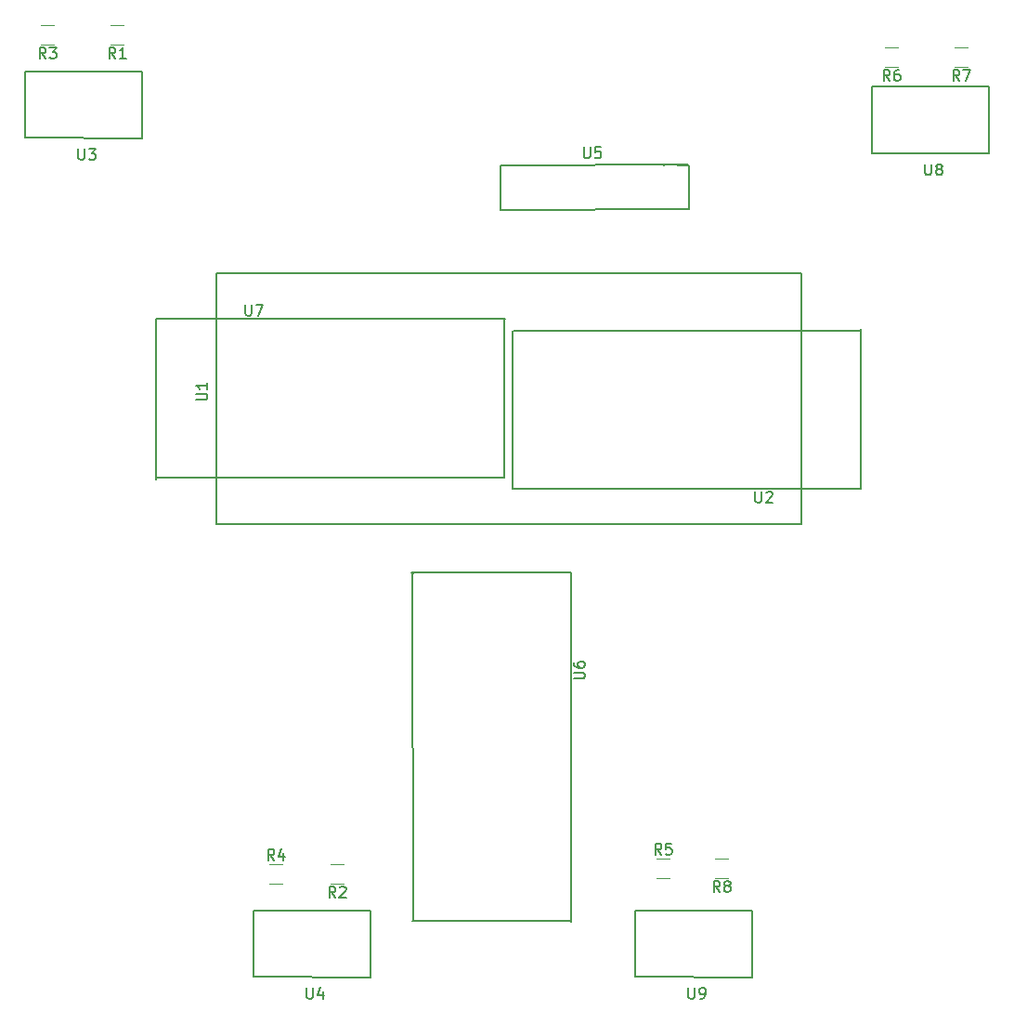
<source format=gbr>
G04 #@! TF.FileFunction,Legend,Top*
%FSLAX46Y46*%
G04 Gerber Fmt 4.6, Leading zero omitted, Abs format (unit mm)*
G04 Created by KiCad (PCBNEW 4.0.7) date 10/04/18 17:08:44*
%MOMM*%
%LPD*%
G01*
G04 APERTURE LIST*
%ADD10C,0.100000*%
%ADD11C,0.150000*%
%ADD12C,0.120000*%
G04 APERTURE END LIST*
D10*
D11*
X146278600Y-75133200D02*
X114579400Y-75171300D01*
X114579400Y-75171300D02*
X114579400Y-75133200D01*
X146304000Y-60706000D02*
X146304000Y-75176000D01*
X114554000Y-60706000D02*
X114554000Y-75326000D01*
X146334000Y-60706000D02*
X114554000Y-60706000D01*
X114554000Y-60706000D02*
X124714000Y-60706000D01*
X147091400Y-61772800D02*
X178790600Y-61734700D01*
X178790600Y-61734700D02*
X178790600Y-61772800D01*
X147066000Y-76200000D02*
X147066000Y-61730000D01*
X178816000Y-76200000D02*
X178816000Y-61580000D01*
X147036000Y-76200000D02*
X178816000Y-76200000D01*
X178816000Y-76200000D02*
X168656000Y-76200000D01*
D12*
X110398000Y-33918000D02*
X111598000Y-33918000D01*
X111598000Y-35678000D02*
X110398000Y-35678000D01*
X130464000Y-110372000D02*
X131664000Y-110372000D01*
X131664000Y-112132000D02*
X130464000Y-112132000D01*
X104048000Y-33918000D02*
X105248000Y-33918000D01*
X105248000Y-35678000D02*
X104048000Y-35678000D01*
X126076000Y-112132000D02*
X124876000Y-112132000D01*
X124876000Y-110372000D02*
X126076000Y-110372000D01*
X161382000Y-111624000D02*
X160182000Y-111624000D01*
X160182000Y-109864000D02*
X161382000Y-109864000D01*
X181010000Y-35950000D02*
X182210000Y-35950000D01*
X182210000Y-37710000D02*
X181010000Y-37710000D01*
X187360000Y-35950000D02*
X188560000Y-35950000D01*
X188560000Y-37710000D02*
X187360000Y-37710000D01*
X165516000Y-109864000D02*
X166716000Y-109864000D01*
X166716000Y-111624000D02*
X165516000Y-111624000D01*
D11*
X173355000Y-56515000D02*
X120015000Y-56515000D01*
X120015000Y-56515000D02*
X120015000Y-79375000D01*
X120015000Y-79375000D02*
X173355000Y-79375000D01*
X173355000Y-79375000D02*
X173355000Y-56515000D01*
X163106100Y-46868080D02*
X163106100Y-46672500D01*
X163106100Y-46672500D02*
X160926780Y-46644560D01*
X160926780Y-46644560D02*
X160842960Y-46672500D01*
X163022280Y-46644560D02*
X145950940Y-46672500D01*
X145950940Y-46672500D02*
X145950940Y-50751740D01*
X145950940Y-50751740D02*
X163161980Y-50695860D01*
X163161980Y-50695860D02*
X163134040Y-46756320D01*
X137972800Y-115544600D02*
X137934700Y-83845400D01*
X137934700Y-83845400D02*
X137972800Y-83845400D01*
X152400000Y-115570000D02*
X137930000Y-115570000D01*
X152400000Y-83820000D02*
X137780000Y-83820000D01*
X152400000Y-115600000D02*
X152400000Y-83820000D01*
X152400000Y-83820000D02*
X152400000Y-93980000D01*
X134063740Y-114597180D02*
X123410980Y-114597180D01*
X123410980Y-114597180D02*
X123433840Y-120632220D01*
X123433840Y-120632220D02*
X123456700Y-120642380D01*
X134053580Y-120655080D02*
X134053580Y-114584980D01*
X134086600Y-120655080D02*
X134086600Y-120665240D01*
X134086600Y-120665240D02*
X123485400Y-120655080D01*
X124485400Y-120655080D02*
X124508260Y-120632220D01*
X113235740Y-38143180D02*
X102582980Y-38143180D01*
X102582980Y-38143180D02*
X102605840Y-44178220D01*
X102605840Y-44178220D02*
X102628700Y-44188380D01*
X113225580Y-44201080D02*
X113225580Y-38130980D01*
X113258600Y-44201080D02*
X113258600Y-44211240D01*
X113258600Y-44211240D02*
X102657400Y-44201080D01*
X103657400Y-44201080D02*
X103680260Y-44178220D01*
X168861740Y-114597180D02*
X158208980Y-114597180D01*
X158208980Y-114597180D02*
X158231840Y-120632220D01*
X158231840Y-120632220D02*
X158254700Y-120642380D01*
X168851580Y-120655080D02*
X168851580Y-114584980D01*
X168884600Y-120655080D02*
X168884600Y-120665240D01*
X168884600Y-120665240D02*
X158283400Y-120655080D01*
X159283400Y-120655080D02*
X159306260Y-120632220D01*
X190451740Y-39540180D02*
X179798980Y-39540180D01*
X179798980Y-39540180D02*
X179821840Y-45575220D01*
X179821840Y-45575220D02*
X179844700Y-45585380D01*
X190441580Y-45598080D02*
X190441580Y-39527980D01*
X190474600Y-45598080D02*
X190474600Y-45608240D01*
X190474600Y-45608240D02*
X179873400Y-45598080D01*
X180873400Y-45598080D02*
X180896260Y-45575220D01*
X122682095Y-59388381D02*
X122682095Y-60197905D01*
X122729714Y-60293143D01*
X122777333Y-60340762D01*
X122872571Y-60388381D01*
X123063048Y-60388381D01*
X123158286Y-60340762D01*
X123205905Y-60293143D01*
X123253524Y-60197905D01*
X123253524Y-59388381D01*
X123634476Y-59388381D02*
X124301143Y-59388381D01*
X123872571Y-60388381D01*
X169164095Y-76422381D02*
X169164095Y-77231905D01*
X169211714Y-77327143D01*
X169259333Y-77374762D01*
X169354571Y-77422381D01*
X169545048Y-77422381D01*
X169640286Y-77374762D01*
X169687905Y-77327143D01*
X169735524Y-77231905D01*
X169735524Y-76422381D01*
X170164095Y-76517619D02*
X170211714Y-76470000D01*
X170306952Y-76422381D01*
X170545048Y-76422381D01*
X170640286Y-76470000D01*
X170687905Y-76517619D01*
X170735524Y-76612857D01*
X170735524Y-76708095D01*
X170687905Y-76850952D01*
X170116476Y-77422381D01*
X170735524Y-77422381D01*
X110831334Y-36950381D02*
X110498000Y-36474190D01*
X110259905Y-36950381D02*
X110259905Y-35950381D01*
X110640858Y-35950381D01*
X110736096Y-35998000D01*
X110783715Y-36045619D01*
X110831334Y-36140857D01*
X110831334Y-36283714D01*
X110783715Y-36378952D01*
X110736096Y-36426571D01*
X110640858Y-36474190D01*
X110259905Y-36474190D01*
X111783715Y-36950381D02*
X111212286Y-36950381D01*
X111498000Y-36950381D02*
X111498000Y-35950381D01*
X111402762Y-36093238D01*
X111307524Y-36188476D01*
X111212286Y-36236095D01*
X130897334Y-113404381D02*
X130564000Y-112928190D01*
X130325905Y-113404381D02*
X130325905Y-112404381D01*
X130706858Y-112404381D01*
X130802096Y-112452000D01*
X130849715Y-112499619D01*
X130897334Y-112594857D01*
X130897334Y-112737714D01*
X130849715Y-112832952D01*
X130802096Y-112880571D01*
X130706858Y-112928190D01*
X130325905Y-112928190D01*
X131278286Y-112499619D02*
X131325905Y-112452000D01*
X131421143Y-112404381D01*
X131659239Y-112404381D01*
X131754477Y-112452000D01*
X131802096Y-112499619D01*
X131849715Y-112594857D01*
X131849715Y-112690095D01*
X131802096Y-112832952D01*
X131230667Y-113404381D01*
X131849715Y-113404381D01*
X104481334Y-36950381D02*
X104148000Y-36474190D01*
X103909905Y-36950381D02*
X103909905Y-35950381D01*
X104290858Y-35950381D01*
X104386096Y-35998000D01*
X104433715Y-36045619D01*
X104481334Y-36140857D01*
X104481334Y-36283714D01*
X104433715Y-36378952D01*
X104386096Y-36426571D01*
X104290858Y-36474190D01*
X103909905Y-36474190D01*
X104814667Y-35950381D02*
X105433715Y-35950381D01*
X105100381Y-36331333D01*
X105243239Y-36331333D01*
X105338477Y-36378952D01*
X105386096Y-36426571D01*
X105433715Y-36521810D01*
X105433715Y-36759905D01*
X105386096Y-36855143D01*
X105338477Y-36902762D01*
X105243239Y-36950381D01*
X104957524Y-36950381D01*
X104862286Y-36902762D01*
X104814667Y-36855143D01*
X125309334Y-110004381D02*
X124976000Y-109528190D01*
X124737905Y-110004381D02*
X124737905Y-109004381D01*
X125118858Y-109004381D01*
X125214096Y-109052000D01*
X125261715Y-109099619D01*
X125309334Y-109194857D01*
X125309334Y-109337714D01*
X125261715Y-109432952D01*
X125214096Y-109480571D01*
X125118858Y-109528190D01*
X124737905Y-109528190D01*
X126166477Y-109337714D02*
X126166477Y-110004381D01*
X125928381Y-108956762D02*
X125690286Y-109671048D01*
X126309334Y-109671048D01*
X160615334Y-109496381D02*
X160282000Y-109020190D01*
X160043905Y-109496381D02*
X160043905Y-108496381D01*
X160424858Y-108496381D01*
X160520096Y-108544000D01*
X160567715Y-108591619D01*
X160615334Y-108686857D01*
X160615334Y-108829714D01*
X160567715Y-108924952D01*
X160520096Y-108972571D01*
X160424858Y-109020190D01*
X160043905Y-109020190D01*
X161520096Y-108496381D02*
X161043905Y-108496381D01*
X160996286Y-108972571D01*
X161043905Y-108924952D01*
X161139143Y-108877333D01*
X161377239Y-108877333D01*
X161472477Y-108924952D01*
X161520096Y-108972571D01*
X161567715Y-109067810D01*
X161567715Y-109305905D01*
X161520096Y-109401143D01*
X161472477Y-109448762D01*
X161377239Y-109496381D01*
X161139143Y-109496381D01*
X161043905Y-109448762D01*
X160996286Y-109401143D01*
X181443334Y-38982381D02*
X181110000Y-38506190D01*
X180871905Y-38982381D02*
X180871905Y-37982381D01*
X181252858Y-37982381D01*
X181348096Y-38030000D01*
X181395715Y-38077619D01*
X181443334Y-38172857D01*
X181443334Y-38315714D01*
X181395715Y-38410952D01*
X181348096Y-38458571D01*
X181252858Y-38506190D01*
X180871905Y-38506190D01*
X182300477Y-37982381D02*
X182110000Y-37982381D01*
X182014762Y-38030000D01*
X181967143Y-38077619D01*
X181871905Y-38220476D01*
X181824286Y-38410952D01*
X181824286Y-38791905D01*
X181871905Y-38887143D01*
X181919524Y-38934762D01*
X182014762Y-38982381D01*
X182205239Y-38982381D01*
X182300477Y-38934762D01*
X182348096Y-38887143D01*
X182395715Y-38791905D01*
X182395715Y-38553810D01*
X182348096Y-38458571D01*
X182300477Y-38410952D01*
X182205239Y-38363333D01*
X182014762Y-38363333D01*
X181919524Y-38410952D01*
X181871905Y-38458571D01*
X181824286Y-38553810D01*
X187793334Y-38982381D02*
X187460000Y-38506190D01*
X187221905Y-38982381D02*
X187221905Y-37982381D01*
X187602858Y-37982381D01*
X187698096Y-38030000D01*
X187745715Y-38077619D01*
X187793334Y-38172857D01*
X187793334Y-38315714D01*
X187745715Y-38410952D01*
X187698096Y-38458571D01*
X187602858Y-38506190D01*
X187221905Y-38506190D01*
X188126667Y-37982381D02*
X188793334Y-37982381D01*
X188364762Y-38982381D01*
X165949334Y-112896381D02*
X165616000Y-112420190D01*
X165377905Y-112896381D02*
X165377905Y-111896381D01*
X165758858Y-111896381D01*
X165854096Y-111944000D01*
X165901715Y-111991619D01*
X165949334Y-112086857D01*
X165949334Y-112229714D01*
X165901715Y-112324952D01*
X165854096Y-112372571D01*
X165758858Y-112420190D01*
X165377905Y-112420190D01*
X166520762Y-112324952D02*
X166425524Y-112277333D01*
X166377905Y-112229714D01*
X166330286Y-112134476D01*
X166330286Y-112086857D01*
X166377905Y-111991619D01*
X166425524Y-111944000D01*
X166520762Y-111896381D01*
X166711239Y-111896381D01*
X166806477Y-111944000D01*
X166854096Y-111991619D01*
X166901715Y-112086857D01*
X166901715Y-112134476D01*
X166854096Y-112229714D01*
X166806477Y-112277333D01*
X166711239Y-112324952D01*
X166520762Y-112324952D01*
X166425524Y-112372571D01*
X166377905Y-112420190D01*
X166330286Y-112515429D01*
X166330286Y-112705905D01*
X166377905Y-112801143D01*
X166425524Y-112848762D01*
X166520762Y-112896381D01*
X166711239Y-112896381D01*
X166806477Y-112848762D01*
X166854096Y-112801143D01*
X166901715Y-112705905D01*
X166901715Y-112515429D01*
X166854096Y-112420190D01*
X166806477Y-112372571D01*
X166711239Y-112324952D01*
X118197381Y-68071905D02*
X119006905Y-68071905D01*
X119102143Y-68024286D01*
X119149762Y-67976667D01*
X119197381Y-67881429D01*
X119197381Y-67690952D01*
X119149762Y-67595714D01*
X119102143Y-67548095D01*
X119006905Y-67500476D01*
X118197381Y-67500476D01*
X119197381Y-66500476D02*
X119197381Y-67071905D01*
X119197381Y-66786191D02*
X118197381Y-66786191D01*
X118340238Y-66881429D01*
X118435476Y-66976667D01*
X118483095Y-67071905D01*
X153543095Y-45037381D02*
X153543095Y-45846905D01*
X153590714Y-45942143D01*
X153638333Y-45989762D01*
X153733571Y-46037381D01*
X153924048Y-46037381D01*
X154019286Y-45989762D01*
X154066905Y-45942143D01*
X154114524Y-45846905D01*
X154114524Y-45037381D01*
X155066905Y-45037381D02*
X154590714Y-45037381D01*
X154543095Y-45513571D01*
X154590714Y-45465952D01*
X154685952Y-45418333D01*
X154924048Y-45418333D01*
X155019286Y-45465952D01*
X155066905Y-45513571D01*
X155114524Y-45608810D01*
X155114524Y-45846905D01*
X155066905Y-45942143D01*
X155019286Y-45989762D01*
X154924048Y-46037381D01*
X154685952Y-46037381D01*
X154590714Y-45989762D01*
X154543095Y-45942143D01*
X152622381Y-93471905D02*
X153431905Y-93471905D01*
X153527143Y-93424286D01*
X153574762Y-93376667D01*
X153622381Y-93281429D01*
X153622381Y-93090952D01*
X153574762Y-92995714D01*
X153527143Y-92948095D01*
X153431905Y-92900476D01*
X152622381Y-92900476D01*
X152622381Y-91995714D02*
X152622381Y-92186191D01*
X152670000Y-92281429D01*
X152717619Y-92329048D01*
X152860476Y-92424286D01*
X153050952Y-92471905D01*
X153431905Y-92471905D01*
X153527143Y-92424286D01*
X153574762Y-92376667D01*
X153622381Y-92281429D01*
X153622381Y-92090952D01*
X153574762Y-91995714D01*
X153527143Y-91948095D01*
X153431905Y-91900476D01*
X153193810Y-91900476D01*
X153098571Y-91948095D01*
X153050952Y-91995714D01*
X153003333Y-92090952D01*
X153003333Y-92281429D01*
X153050952Y-92376667D01*
X153098571Y-92424286D01*
X153193810Y-92471905D01*
X128270095Y-121634381D02*
X128270095Y-122443905D01*
X128317714Y-122539143D01*
X128365333Y-122586762D01*
X128460571Y-122634381D01*
X128651048Y-122634381D01*
X128746286Y-122586762D01*
X128793905Y-122539143D01*
X128841524Y-122443905D01*
X128841524Y-121634381D01*
X129746286Y-121967714D02*
X129746286Y-122634381D01*
X129508190Y-121586762D02*
X129270095Y-122301048D01*
X129889143Y-122301048D01*
X107442095Y-45180381D02*
X107442095Y-45989905D01*
X107489714Y-46085143D01*
X107537333Y-46132762D01*
X107632571Y-46180381D01*
X107823048Y-46180381D01*
X107918286Y-46132762D01*
X107965905Y-46085143D01*
X108013524Y-45989905D01*
X108013524Y-45180381D01*
X108394476Y-45180381D02*
X109013524Y-45180381D01*
X108680190Y-45561333D01*
X108823048Y-45561333D01*
X108918286Y-45608952D01*
X108965905Y-45656571D01*
X109013524Y-45751810D01*
X109013524Y-45989905D01*
X108965905Y-46085143D01*
X108918286Y-46132762D01*
X108823048Y-46180381D01*
X108537333Y-46180381D01*
X108442095Y-46132762D01*
X108394476Y-46085143D01*
X163068095Y-121634381D02*
X163068095Y-122443905D01*
X163115714Y-122539143D01*
X163163333Y-122586762D01*
X163258571Y-122634381D01*
X163449048Y-122634381D01*
X163544286Y-122586762D01*
X163591905Y-122539143D01*
X163639524Y-122443905D01*
X163639524Y-121634381D01*
X164163333Y-122634381D02*
X164353809Y-122634381D01*
X164449048Y-122586762D01*
X164496667Y-122539143D01*
X164591905Y-122396286D01*
X164639524Y-122205810D01*
X164639524Y-121824857D01*
X164591905Y-121729619D01*
X164544286Y-121682000D01*
X164449048Y-121634381D01*
X164258571Y-121634381D01*
X164163333Y-121682000D01*
X164115714Y-121729619D01*
X164068095Y-121824857D01*
X164068095Y-122062952D01*
X164115714Y-122158190D01*
X164163333Y-122205810D01*
X164258571Y-122253429D01*
X164449048Y-122253429D01*
X164544286Y-122205810D01*
X164591905Y-122158190D01*
X164639524Y-122062952D01*
X184658095Y-46577381D02*
X184658095Y-47386905D01*
X184705714Y-47482143D01*
X184753333Y-47529762D01*
X184848571Y-47577381D01*
X185039048Y-47577381D01*
X185134286Y-47529762D01*
X185181905Y-47482143D01*
X185229524Y-47386905D01*
X185229524Y-46577381D01*
X185848571Y-47005952D02*
X185753333Y-46958333D01*
X185705714Y-46910714D01*
X185658095Y-46815476D01*
X185658095Y-46767857D01*
X185705714Y-46672619D01*
X185753333Y-46625000D01*
X185848571Y-46577381D01*
X186039048Y-46577381D01*
X186134286Y-46625000D01*
X186181905Y-46672619D01*
X186229524Y-46767857D01*
X186229524Y-46815476D01*
X186181905Y-46910714D01*
X186134286Y-46958333D01*
X186039048Y-47005952D01*
X185848571Y-47005952D01*
X185753333Y-47053571D01*
X185705714Y-47101190D01*
X185658095Y-47196429D01*
X185658095Y-47386905D01*
X185705714Y-47482143D01*
X185753333Y-47529762D01*
X185848571Y-47577381D01*
X186039048Y-47577381D01*
X186134286Y-47529762D01*
X186181905Y-47482143D01*
X186229524Y-47386905D01*
X186229524Y-47196429D01*
X186181905Y-47101190D01*
X186134286Y-47053571D01*
X186039048Y-47005952D01*
M02*

</source>
